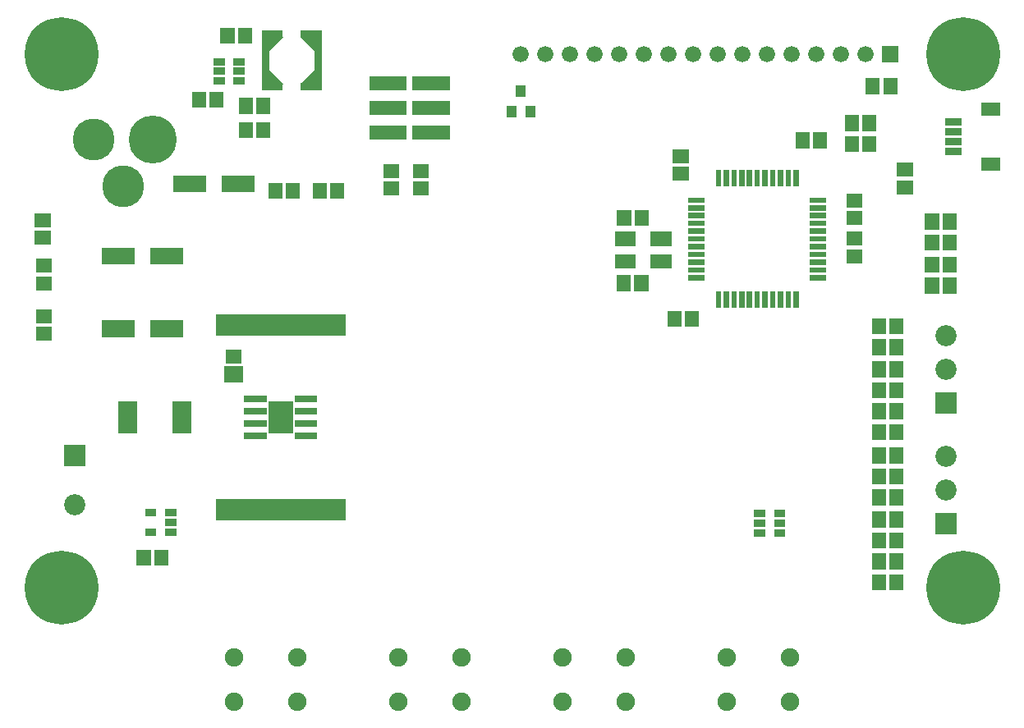
<source format=gbr>
G04 start of page 6 for group -4063 idx -4063 *
G04 Title: (unknown), componentmask *
G04 Creator: pcb 4.0.2 *
G04 CreationDate: Fri Feb  3 04:42:44 2023 UTC *
G04 For: ndholmes *
G04 Format: Gerber/RS-274X *
G04 PCB-Dimensions (mil): 4000.00 2900.00 *
G04 PCB-Coordinate-Origin: lower left *
%MOIN*%
%FSLAX25Y25*%
%LNTOPMASK*%
%ADD68C,0.1700*%
%ADD67C,0.1950*%
%ADD66C,0.0750*%
%ADD65C,0.0860*%
%ADD64C,0.0660*%
%ADD63C,0.0001*%
%ADD62C,0.2997*%
G54D62*X383000Y273000D03*
G54D63*G36*
X350200Y276300D02*Y269700D01*
X356800D01*
Y276300D01*
X350200D01*
G37*
G54D64*X343500Y273000D03*
X333500D03*
X323500D03*
X313500D03*
X303500D03*
X293500D03*
X283500D03*
X273500D03*
X263500D03*
X253500D03*
X243500D03*
X233500D03*
X223500D03*
X213500D03*
X203500D03*
G54D62*X17000Y56500D03*
G54D63*G36*
X18200Y114300D02*Y105700D01*
X26800D01*
Y114300D01*
X18200D01*
G37*
G54D65*X22500Y90000D03*
G54D66*X153905Y10142D03*
Y27858D03*
G54D62*X17000Y273000D03*
G54D66*X112795Y10142D03*
X87205D03*
X112795Y27858D03*
X87205D03*
G54D67*X54000Y238500D03*
G54D68*X30000D03*
X42000Y219500D03*
G54D66*X179495Y10142D03*
X246095D03*
X220505D03*
X312795D03*
X287205D03*
X179495Y27858D03*
X246095D03*
X220505D03*
X312795D03*
X287205D03*
G54D62*X383000Y56500D03*
G54D63*G36*
X371700Y86520D02*Y77920D01*
X380300D01*
Y86520D01*
X371700D01*
G37*
G54D65*X376000Y96000D03*
Y109779D03*
G54D63*G36*
X371700Y135520D02*Y126920D01*
X380300D01*
Y135520D01*
X371700D01*
G37*
G54D65*X376000Y145000D03*
Y158779D03*
G54D63*G36*
X60402Y71752D02*X54684D01*
Y65248D01*
X60402D01*
Y71752D01*
G37*
G36*
X53316D02*X47598D01*
Y65248D01*
X53316D01*
Y71752D01*
G37*
G36*
X51000Y88300D02*Y85300D01*
X55600D01*
Y88300D01*
X51000D01*
G37*
G36*
Y80500D02*Y77500D01*
X55600D01*
Y80500D01*
X51000D01*
G37*
G36*
X59200D02*Y77500D01*
X63800D01*
Y80500D01*
X59200D01*
G37*
G36*
Y84400D02*Y81400D01*
X63800D01*
Y84400D01*
X59200D01*
G37*
G36*
Y88300D02*Y85300D01*
X63800D01*
Y88300D01*
X59200D01*
G37*
G36*
X79700Y92398D02*Y83798D01*
X132300D01*
Y92398D01*
X79700D01*
G37*
G36*
X53243Y164950D02*Y158050D01*
X66442D01*
Y164950D01*
X53243D01*
G37*
G36*
X33558D02*Y158050D01*
X46757D01*
Y164950D01*
X33558D01*
G37*
G36*
X6748Y162316D02*Y156598D01*
X13252D01*
Y162316D01*
X6748D01*
G37*
G36*
Y169402D02*Y163684D01*
X13252D01*
Y169402D01*
X6748D01*
G37*
G36*
X83748Y152902D02*Y147184D01*
X90252D01*
Y152902D01*
X83748D01*
G37*
G36*
X83248Y146316D02*Y139598D01*
X90752D01*
Y146316D01*
X83248D01*
G37*
G36*
X79700Y167202D02*Y158602D01*
X132300D01*
Y167202D01*
X79700D01*
G37*
G36*
X111700Y119300D02*Y116700D01*
X120800D01*
Y119300D01*
X111700D01*
G37*
G36*
X91200D02*Y116700D01*
X100300D01*
Y119300D01*
X91200D01*
G37*
G36*
X111700Y124300D02*Y121700D01*
X120800D01*
Y124300D01*
X111700D01*
G37*
G36*
X91200D02*Y121700D01*
X100300D01*
Y124300D01*
X91200D01*
G37*
G36*
X111700Y129300D02*Y126700D01*
X120800D01*
Y129300D01*
X111700D01*
G37*
G36*
Y134300D02*Y131700D01*
X120800D01*
Y134300D01*
X111700D01*
G37*
G36*
X91200D02*Y131700D01*
X100300D01*
Y134300D01*
X91200D01*
G37*
G36*
Y129300D02*Y126700D01*
X100300D01*
Y129300D01*
X91200D01*
G37*
G36*
X111025Y131605D02*X100975D01*
Y119395D01*
X111025D01*
Y131605D01*
G37*
G36*
Y131905D02*X100975D01*
Y119095D01*
X111025D01*
Y131905D01*
G37*
G36*
X69868Y132100D02*X62181D01*
Y118901D01*
X69868D01*
Y132100D01*
G37*
G36*
X47819D02*X40132D01*
Y118901D01*
X47819D01*
Y132100D01*
G37*
G36*
X349273Y263252D02*X343555D01*
Y256748D01*
X349273D01*
Y263252D01*
G37*
G36*
X356359D02*X350641D01*
Y256748D01*
X356359D01*
Y263252D01*
G37*
G36*
X201700Y252100D02*X197700D01*
Y247500D01*
X201700D01*
Y252100D01*
G37*
G36*
X209500D02*X205500D01*
Y247500D01*
X209500D01*
Y252100D01*
G37*
G36*
X205600Y260300D02*X201600D01*
Y255700D01*
X205600D01*
Y260300D01*
G37*
G36*
X390413Y253186D02*Y247862D01*
X398099D01*
Y253186D01*
X390413D01*
G37*
G36*
X255402Y209752D02*X249684D01*
Y203248D01*
X255402D01*
Y209752D01*
G37*
G36*
X248316D02*X242598D01*
Y203248D01*
X248316D01*
Y209752D01*
G37*
G36*
X248230Y183252D02*X242512D01*
Y176748D01*
X248230D01*
Y183252D01*
G37*
G36*
X255316D02*X249598D01*
Y176748D01*
X255316D01*
Y183252D01*
G37*
G36*
X241697Y191803D02*Y186085D01*
X250170D01*
Y191803D01*
X241697D01*
G37*
G36*
X256264D02*Y186085D01*
X264737D01*
Y191803D01*
X256264D01*
G37*
G36*
Y200859D02*Y195141D01*
X264737D01*
Y200859D01*
X256264D01*
G37*
G36*
X241697D02*Y195141D01*
X250170D01*
Y200859D01*
X241697D01*
G37*
G36*
X271515Y214835D02*Y212661D01*
X278115D01*
Y214835D01*
X271515D01*
G37*
G36*
Y211686D02*Y209512D01*
X278115D01*
Y211686D01*
X271515D01*
G37*
G36*
Y208536D02*Y206362D01*
X278115D01*
Y208536D01*
X271515D01*
G37*
G36*
Y205387D02*Y203213D01*
X278115D01*
Y205387D01*
X271515D01*
G37*
G36*
Y202237D02*Y200063D01*
X278115D01*
Y202237D01*
X271515D01*
G37*
G36*
Y199087D02*Y196913D01*
X278115D01*
Y199087D01*
X271515D01*
G37*
G36*
Y195938D02*Y193764D01*
X278115D01*
Y195938D01*
X271515D01*
G37*
G36*
Y192788D02*Y190614D01*
X278115D01*
Y192788D01*
X271515D01*
G37*
G36*
Y189639D02*Y187465D01*
X278115D01*
Y189639D01*
X271515D01*
G37*
G36*
Y186489D02*Y184315D01*
X278115D01*
Y186489D01*
X271515D01*
G37*
G36*
X265248Y227316D02*Y221598D01*
X271752D01*
Y227316D01*
X265248D01*
G37*
G36*
Y234402D02*Y228684D01*
X271752D01*
Y234402D01*
X265248D01*
G37*
G36*
X320885Y192787D02*Y190613D01*
X327485D01*
Y192787D01*
X320885D01*
G37*
G36*
Y195937D02*Y193763D01*
X327485D01*
Y195937D01*
X320885D01*
G37*
G36*
Y199087D02*Y196913D01*
X327485D01*
Y199087D01*
X320885D01*
G37*
G36*
Y202236D02*Y200062D01*
X327485D01*
Y202236D01*
X320885D01*
G37*
G36*
Y205386D02*Y203212D01*
X327485D01*
Y205386D01*
X320885D01*
G37*
G36*
Y208535D02*Y206361D01*
X327485D01*
Y208535D01*
X320885D01*
G37*
G36*
Y211685D02*Y209511D01*
X327485D01*
Y211685D01*
X320885D01*
G37*
G36*
X335748Y209316D02*Y203598D01*
X342252D01*
Y209316D01*
X335748D01*
G37*
G36*
X373316Y208252D02*X367598D01*
Y201748D01*
X373316D01*
Y208252D01*
G37*
G36*
Y199752D02*X367598D01*
Y193248D01*
X373316D01*
Y199752D01*
G37*
G36*
X380402Y208252D02*X374684D01*
Y201748D01*
X380402D01*
Y208252D01*
G37*
G36*
Y199752D02*X374684D01*
Y193248D01*
X380402D01*
Y199752D01*
G37*
G36*
X373316Y182252D02*X367598D01*
Y175748D01*
X373316D01*
Y182252D01*
G37*
G36*
Y190752D02*X367598D01*
Y184248D01*
X373316D01*
Y190752D01*
G37*
G36*
X380402Y182252D02*X374684D01*
Y175748D01*
X380402D01*
Y182252D01*
G37*
G36*
Y190752D02*X374684D01*
Y184248D01*
X380402D01*
Y190752D01*
G37*
G36*
X320885Y214835D02*Y212661D01*
X327485D01*
Y214835D01*
X320885D01*
G37*
G36*
X316335Y225985D02*X314161D01*
Y219385D01*
X316335D01*
Y225985D01*
G37*
G36*
X335748Y216402D02*Y210684D01*
X342252D01*
Y216402D01*
X335748D01*
G37*
G36*
X356248Y221816D02*Y216098D01*
X362752D01*
Y221816D01*
X356248D01*
G37*
G36*
Y228902D02*Y223184D01*
X362752D01*
Y228902D01*
X356248D01*
G37*
G36*
X313186Y225985D02*X311012D01*
Y219385D01*
X313186D01*
Y225985D01*
G37*
G36*
X310036D02*X307862D01*
Y219385D01*
X310036D01*
Y225985D01*
G37*
G36*
X306887D02*X304713D01*
Y219385D01*
X306887D01*
Y225985D01*
G37*
G36*
X303737D02*X301563D01*
Y219385D01*
X303737D01*
Y225985D01*
G37*
G36*
X300587D02*X298413D01*
Y219385D01*
X300587D01*
Y225985D01*
G37*
G36*
X297438D02*X295264D01*
Y219385D01*
X297438D01*
Y225985D01*
G37*
G36*
X294288D02*X292114D01*
Y219385D01*
X294288D01*
Y225985D01*
G37*
G36*
X291139D02*X288965D01*
Y219385D01*
X291139D01*
Y225985D01*
G37*
G36*
X287989D02*X285815D01*
Y219385D01*
X287989D01*
Y225985D01*
G37*
G36*
X284839D02*X282665D01*
Y219385D01*
X284839D01*
Y225985D01*
G37*
G36*
X320816Y241252D02*X315098D01*
Y234748D01*
X320816D01*
Y241252D01*
G37*
G36*
X327902D02*X322184D01*
Y234748D01*
X327902D01*
Y241252D01*
G37*
G36*
X340816Y248252D02*X335098D01*
Y241748D01*
X340816D01*
Y248252D01*
G37*
G36*
X347902D02*X342184D01*
Y241748D01*
X347902D01*
Y248252D01*
G37*
G36*
X340773Y239752D02*X335055D01*
Y233248D01*
X340773D01*
Y239752D01*
G37*
G36*
X347859D02*X342141D01*
Y233248D01*
X347859D01*
Y239752D01*
G37*
G36*
X375649Y235075D02*Y232113D01*
X382351D01*
Y235075D01*
X375649D01*
G37*
G36*
Y239012D02*Y236050D01*
X382351D01*
Y239012D01*
X375649D01*
G37*
G36*
Y242950D02*Y239988D01*
X382351D01*
Y242950D01*
X375649D01*
G37*
G36*
Y246887D02*Y243925D01*
X382351D01*
Y246887D01*
X375649D01*
G37*
G36*
X390413Y231138D02*Y225814D01*
X398099D01*
Y231138D01*
X390413D01*
G37*
G36*
X271515Y183339D02*Y181165D01*
X278115D01*
Y183339D01*
X271515D01*
G37*
G36*
X284839Y176615D02*X282665D01*
Y170015D01*
X284839D01*
Y176615D01*
G37*
G36*
X287988D02*X285814D01*
Y170015D01*
X287988D01*
Y176615D01*
G37*
G36*
X291138D02*X288964D01*
Y170015D01*
X291138D01*
Y176615D01*
G37*
G36*
X294287D02*X292113D01*
Y170015D01*
X294287D01*
Y176615D01*
G37*
G36*
X297437D02*X295263D01*
Y170015D01*
X297437D01*
Y176615D01*
G37*
G36*
X300587D02*X298413D01*
Y170015D01*
X300587D01*
Y176615D01*
G37*
G36*
X275902Y168752D02*X270184D01*
Y162248D01*
X275902D01*
Y168752D01*
G37*
G36*
X268816D02*X263098D01*
Y162248D01*
X268816D01*
Y168752D01*
G37*
G36*
X303736Y176615D02*X301562D01*
Y170015D01*
X303736D01*
Y176615D01*
G37*
G36*
X306886D02*X304712D01*
Y170015D01*
X306886D01*
Y176615D01*
G37*
G36*
X310035D02*X307861D01*
Y170015D01*
X310035D01*
Y176615D01*
G37*
G36*
X313185D02*X311011D01*
Y170015D01*
X313185D01*
Y176615D01*
G37*
G36*
X316335D02*X314161D01*
Y170015D01*
X316335D01*
Y176615D01*
G37*
G36*
X320885Y183339D02*Y181165D01*
X327485D01*
Y183339D01*
X320885D01*
G37*
G36*
Y186488D02*Y184314D01*
X327485D01*
Y186488D01*
X320885D01*
G37*
G36*
Y189638D02*Y187464D01*
X327485D01*
Y189638D01*
X320885D01*
G37*
G36*
X335748Y193816D02*Y188098D01*
X342252D01*
Y193816D01*
X335748D01*
G37*
G36*
Y200902D02*Y195184D01*
X342252D01*
Y200902D01*
X335748D01*
G37*
G36*
X306300Y80100D02*Y77100D01*
X310900D01*
Y80100D01*
X306300D01*
G37*
G36*
Y84000D02*Y81000D01*
X310900D01*
Y84000D01*
X306300D01*
G37*
G36*
Y87900D02*Y84900D01*
X310900D01*
Y87900D01*
X306300D01*
G37*
G36*
X298100D02*Y84900D01*
X302700D01*
Y87900D01*
X298100D01*
G37*
G36*
Y84000D02*Y81000D01*
X302700D01*
Y84000D01*
X298100D01*
G37*
G36*
Y80100D02*Y77100D01*
X302700D01*
Y80100D01*
X298100D01*
G37*
G36*
X358902Y96252D02*X353184D01*
Y89748D01*
X358902D01*
Y96252D01*
G37*
G36*
Y104752D02*X353184D01*
Y98248D01*
X358902D01*
Y104752D01*
G37*
G36*
X351816Y96252D02*X346098D01*
Y89748D01*
X351816D01*
Y96252D01*
G37*
G36*
Y104752D02*X346098D01*
Y98248D01*
X351816D01*
Y104752D01*
G37*
G36*
X358902Y61752D02*X353184D01*
Y55248D01*
X358902D01*
Y61752D01*
G37*
G36*
Y70252D02*X353184D01*
Y63748D01*
X358902D01*
Y70252D01*
G37*
G36*
Y78752D02*X353184D01*
Y72248D01*
X358902D01*
Y78752D01*
G37*
G36*
X351816Y61752D02*X346098D01*
Y55248D01*
X351816D01*
Y61752D01*
G37*
G36*
Y70252D02*X346098D01*
Y63748D01*
X351816D01*
Y70252D01*
G37*
G36*
Y78752D02*X346098D01*
Y72248D01*
X351816D01*
Y78752D01*
G37*
G36*
X358902Y87252D02*X353184D01*
Y80748D01*
X358902D01*
Y87252D01*
G37*
G36*
X351816D02*X346098D01*
Y80748D01*
X351816D01*
Y87252D01*
G37*
G36*
Y157252D02*X346098D01*
Y150748D01*
X351816D01*
Y157252D01*
G37*
G36*
X358902D02*X353184D01*
Y150748D01*
X358902D01*
Y157252D01*
G37*
G36*
X351816Y165752D02*X346098D01*
Y159248D01*
X351816D01*
Y165752D01*
G37*
G36*
X358902D02*X353184D01*
Y159248D01*
X358902D01*
Y165752D01*
G37*
G36*
X351816Y139752D02*X346098D01*
Y133248D01*
X351816D01*
Y139752D01*
G37*
G36*
X358902D02*X353184D01*
Y133248D01*
X358902D01*
Y139752D01*
G37*
G36*
X351816Y122752D02*X346098D01*
Y116248D01*
X351816D01*
Y122752D01*
G37*
G36*
X358902D02*X353184D01*
Y116248D01*
X358902D01*
Y122752D01*
G37*
G36*
X351816Y131252D02*X346098D01*
Y124748D01*
X351816D01*
Y131252D01*
G37*
G36*
X358902D02*X353184D01*
Y124748D01*
X358902D01*
Y131252D01*
G37*
G36*
X351816Y148252D02*X346098D01*
Y141748D01*
X351816D01*
Y148252D01*
G37*
G36*
X358902D02*X353184D01*
Y141748D01*
X358902D01*
Y148252D01*
G37*
G36*
X351816Y113252D02*X346098D01*
Y106748D01*
X351816D01*
Y113252D01*
G37*
G36*
X358902D02*X353184D01*
Y106748D01*
X358902D01*
Y113252D01*
G37*
G36*
X62558Y223750D02*Y216850D01*
X75757D01*
Y223750D01*
X62558D01*
G37*
G36*
X82243D02*Y216850D01*
X95442D01*
Y223750D01*
X82243D01*
G37*
G36*
X6248Y201273D02*Y195555D01*
X12752D01*
Y201273D01*
X6248D01*
G37*
G36*
X6748Y182816D02*Y177098D01*
X13252D01*
Y182816D01*
X6748D01*
G37*
G36*
Y189902D02*Y184184D01*
X13252D01*
Y189902D01*
X6748D01*
G37*
G36*
X6248Y208359D02*Y202641D01*
X12752D01*
Y208359D01*
X6248D01*
G37*
G36*
X53243Y194450D02*Y187550D01*
X66442D01*
Y194450D01*
X53243D01*
G37*
G36*
X33558D02*Y187550D01*
X46757D01*
Y194450D01*
X33558D01*
G37*
G36*
X106773Y220752D02*X101055D01*
Y214248D01*
X106773D01*
Y220752D01*
G37*
G36*
X113859D02*X108141D01*
Y214248D01*
X113859D01*
Y220752D01*
G37*
G36*
X124816D02*X119098D01*
Y214248D01*
X124816D01*
Y220752D01*
G37*
G36*
X131902D02*X126184D01*
Y214248D01*
X131902D01*
Y220752D01*
G37*
G36*
X159556Y243900D02*Y238300D01*
X174644D01*
Y243900D01*
X159556D01*
G37*
G36*
Y253900D02*Y248300D01*
X174644D01*
Y253900D01*
X159556D01*
G37*
G36*
Y263900D02*Y258300D01*
X174644D01*
Y263900D01*
X159556D01*
G37*
G36*
X142076D02*Y258300D01*
X157164D01*
Y263900D01*
X142076D01*
G37*
G36*
Y253900D02*Y248300D01*
X157164D01*
Y253900D01*
X142076D01*
G37*
G36*
Y243900D02*Y238300D01*
X157164D01*
Y243900D01*
X142076D01*
G37*
G36*
X147748Y228402D02*Y222684D01*
X154252D01*
Y228402D01*
X147748D01*
G37*
G36*
X159748Y228359D02*Y222641D01*
X166252D01*
Y228359D01*
X159748D01*
G37*
G36*
X147748Y221316D02*Y215598D01*
X154252D01*
Y221316D01*
X147748D01*
G37*
G36*
X159748Y221273D02*Y215555D01*
X166252D01*
Y221273D01*
X159748D01*
G37*
G36*
X101902Y255352D02*X96184D01*
Y248848D01*
X101902D01*
Y255352D01*
G37*
G36*
X94816D02*X89098D01*
Y248848D01*
X94816D01*
Y255352D01*
G37*
G36*
X101902Y245452D02*X96184D01*
Y238948D01*
X101902D01*
Y245452D01*
G37*
G36*
X94816D02*X89098D01*
Y238948D01*
X94816D01*
Y245452D01*
G37*
G36*
X75816Y257752D02*X70098D01*
Y251248D01*
X75816D01*
Y257752D01*
G37*
G36*
X82902D02*X77184D01*
Y251248D01*
X82902D01*
Y257752D01*
G37*
G36*
X78700Y271500D02*Y268500D01*
X83300D01*
Y271500D01*
X78700D01*
G37*
G36*
Y267600D02*Y264600D01*
X83300D01*
Y267600D01*
X78700D01*
G37*
G36*
Y263700D02*Y260700D01*
X83300D01*
Y263700D01*
X78700D01*
G37*
G36*
X86900Y267600D02*Y264600D01*
X91500D01*
Y267600D01*
X86900D01*
G37*
G36*
Y263700D02*Y260700D01*
X91500D01*
Y263700D01*
X86900D01*
G37*
G36*
X101300Y282600D02*X98400D01*
Y258300D01*
X101300D01*
Y282600D01*
G37*
G36*
X98400Y261200D02*Y258300D01*
X106900D01*
Y261200D01*
X98400D01*
G37*
G36*
X99200Y262700D02*Y259100D01*
X102800D01*
Y262700D01*
X99200D01*
G37*
G36*
Y281800D02*Y278200D01*
X102800D01*
Y281800D01*
X99200D01*
G37*
G36*
X86900Y271500D02*Y268500D01*
X91500D01*
Y271500D01*
X86900D01*
G37*
G36*
X98400Y282600D02*Y279700D01*
X106900D01*
Y282600D01*
X98400D01*
G37*
G36*
X114200D02*Y279700D01*
X122700D01*
Y282600D01*
X114200D01*
G37*
G36*
X107019Y280000D02*X104473Y282546D01*
X98454Y276527D01*
X101000Y273981D01*
X107019Y280000D01*
G37*
G36*
X116627Y282546D02*X114081Y280000D01*
X120100Y273981D01*
X122646Y276527D01*
X116627Y282546D01*
G37*
G36*
X118300Y281800D02*Y278200D01*
X121900D01*
Y281800D01*
X118300D01*
G37*
G36*
X122700Y282600D02*X119800D01*
Y258300D01*
X122700D01*
Y282600D01*
G37*
G36*
X114200Y261200D02*Y258300D01*
X122700D01*
Y261200D01*
X114200D01*
G37*
G36*
X101000Y266919D02*X98454Y264373D01*
X104473Y258354D01*
X107019Y260900D01*
X101000Y266919D01*
G37*
G36*
X122646Y264373D02*X120100Y266919D01*
X114081Y260900D01*
X116627Y258354D01*
X122646Y264373D01*
G37*
G36*
X118300Y262700D02*Y259100D01*
X121900D01*
Y262700D01*
X118300D01*
G37*
G36*
X87316Y283752D02*X81598D01*
Y277248D01*
X87316D01*
Y283752D01*
G37*
G36*
X94402D02*X88684D01*
Y277248D01*
X94402D01*
Y283752D01*
G37*
M02*

</source>
